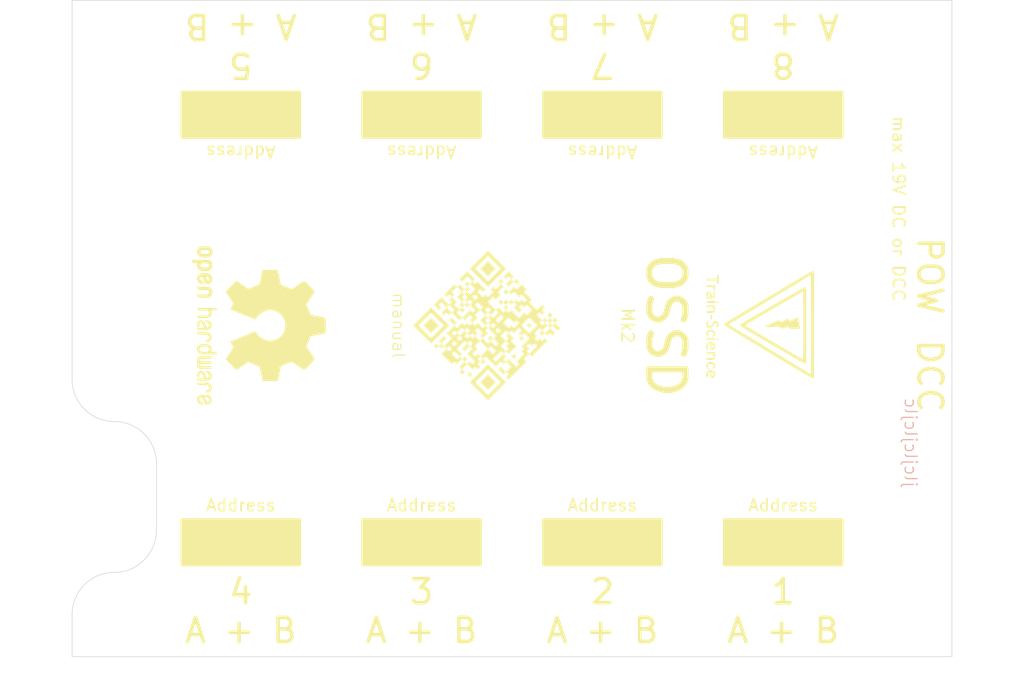
<source format=kicad_pcb>
(kicad_pcb (version 20240108) (generator "pcbnew") (generator_version "8.0")
  (layers (0 "F.Cu" signal) (31 "B.Cu" signal) (34 "B.Paste" user) (35 "F.Paste" user) (36 "B.SilkS" user "B.Silkscreen") (37 "F.SilkS" user "F.Silkscreen") (38 "B.Mask" user) (39 "F.Mask" user) (44 "Edge.Cuts" user))
  (net 0 "")
  (footprint "custom_kicad_lib_sk:OSSD_QR" (layer "F.Cu") (at 143.268 97.158 45)
    (property "Reference" "G***" (hide yes))
    (property "Value" "LOGO" (hide yes))
  )
  (footprint "MountingHole:MountingHole_3.2mm_M3" (layer "F.Cu") (at 178.268 121.158)
    (property "Reference" "REF**" (hide yes))
    (property "Value" "MountingHole_3.2mm_M3")
    (pad "" np_thru_hole circle (at 0 0) (size 3.2 3.2) (drill 3.2) (layers "F&B.Cu" "*.Mask"))
  )
  (footprint "Symbol:OSHW-Logo2_14.6x12mm_SilkScreen" (layer "F.Cu") (at 124.268 97.158 -90)
    (property "Reference" "REF**" (hide yes))
    (property "Value" "OSHW-Logo2_14.6x12mm_SilkScreen" (hide yes))
  )
  (footprint "MountingHole:MountingHole_3.2mm_M3" (layer "F.Cu") (at 178.268 73.658)
    (property "Reference" "REF**" (hide yes))
    (property "Value" "MountingHole_3.2mm_M3")
    (pad "" np_thru_hole circle (at 0 0) (size 3.2 3.2) (drill 3.2) (layers "F&B.Cu" "*.Mask"))
  )
  (footprint "custom_kicad_lib_sk:Train-Science logo small" (layer "F.Cu") (at 165.768 97.158 -90)
    (property "Reference" "G***" (hide yes))
    (property "Value" "LOGO" (hide yes))
  )
  (footprint "MountingHole:MountingHole_3.2mm_M3" (layer "F.Cu") (at 112.268 73.658)
    (property "Reference" "REF**" (hide yes))
    (property "Value" "MountingHole_3.2mm_M3")
    (pad "" np_thru_hole circle (at 0 0) (size 3.2 3.2) (drill 3.2) (layers "F&B.Cu" "*.Mask"))
  )
  (footprint "MountingHole:MountingHole_3.2mm_M3" (layer "F.Cu") (at 112.268 121.158)
    (property "Reference" "REF**" (hide yes))
    (property "Value" "MountingHole_3.2mm_M3")
    (pad "" np_thru_hole circle (at 0 0) (size 3.2 3.2) (drill 3.2) (layers "F&B.Cu" "*.Mask"))
  )
  (gr_arc (start 112.268 105.132874) (mid 114.742883 106.157999) (end 115.768 108.632874) (stroke (width 0.05)) (layer "Edge.Cuts"))
  (gr_line (start 181.768 70.158) (end 181.768 124.658) (stroke (width 0.05)) (layer "Edge.Cuts"))
  (gr_line (start 181.768 124.658) (end 108.768 124.658) (stroke (width 0.05)) (layer "Edge.Cuts"))
  (gr_line (start 108.768 101.632874) (end 108.768 70.158) (stroke (width 0.05)) (layer "Edge.Cuts"))
  (gr_arc (start 115.768 114.158) (mid 114.742874 116.632874) (end 112.268 117.658) (stroke (width 0.05)) (layer "Edge.Cuts"))
  (gr_arc (start 108.768 121.158) (mid 109.793126 118.683126) (end 112.268 117.658) (stroke (width 0.05)) (layer "Edge.Cuts"))
  (gr_arc (start 112.268 105.132874) (mid 109.793135 104.107746) (end 108.768 101.632874) (stroke (width 0.05)) (layer "Edge.Cuts"))
  (gr_line (start 108.768 70.158) (end 181.768 70.158) (stroke (width 0.05)) (layer "Edge.Cuts"))
  (gr_line (start 115.768 108.632874) (end 115.768 114.158) (stroke (width 0.05)) (layer "Edge.Cuts"))
  (gr_line (start 108.768 124.658) (end 108.768 121.158) (stroke (width 0.05)) (layer "Edge.Cuts"))
  (gr_text "jlcjlcjlcjlc" (at 177.768 110.658 -90) (layer "B.SilkS") (effects (font (size 1 1) (thickness 0.1)) (justify left bottom mirror)))
  (gr_text "max 19V DC or DCC" (at 176.768 79.658 270) (layer "F.SilkS") (effects (font (size 1 1)) (justify left bottom)))
  (gr_text "7\nA + B" (at 152.768 71.158 180) (layer "F.SilkS") (effects (font (size 2 2) (thickness 0.3) (bold yes)) (justify bottom)))
  (gr_text "Address" (at 167.768 112.658 0) (layer "F.SilkS") (effects (font (size 1 1)) (justify bottom)))
  (gr_text "Address" (at 122.768 82.158 180) (layer "F.SilkS") (effects (font (size 1 1)) (justify bottom)))
  (gr_text "6\nA + B" (at 137.768 71.158 180) (layer "F.SilkS") (effects (font (size 2 2) (thickness 0.3) (bold yes)) (justify bottom)))
  (gr_text "3\nA + B" (at 137.768 123.658 0) (layer "F.SilkS") (effects (font (size 2 2) (thickness 0.3) (bold yes)) (justify bottom)))
  (gr_text "Address" (at 122.768 112.658 0) (layer "F.SilkS") (effects (font (size 1 1)) (justify bottom)))
  (gr_text "5\nA + B" (at 122.768 71.158 180) (layer "F.SilkS") (effects (font (size 2 2) (thickness 0.3) (bold yes)) (justify bottom)))
  (gr_text "8\nA + B" (at 167.768 71.158 180) (layer "F.SilkS") (effects (font (size 2 2) (thickness 0.3) (bold yes)) (justify bottom)))
  (gr_text "4\nA + B" (at 122.768 123.658 0) (layer "F.SilkS") (effects (font (size 2 2) (thickness 0.3) (bold yes)) (justify bottom)))
  (gr_text "1\nA + B" (at 167.768 123.658 0) (layer "F.SilkS") (effects (font (size 2 2) (thickness 0.3) (bold yes)) (justify bottom)))
  (gr_text "Address" (at 152.768 112.658 0) (layer "F.SilkS") (effects (font (size 1 1)) (justify bottom)))
  (gr_text "POW" (at 178.768 89.658 270) (layer "F.SilkS") (effects (font (size 2 2) (thickness 0.3) (bold yes)) (justify left bottom)))
  (gr_text "OSSD" (at 156.268 97.158 270) (layer "F.SilkS") (effects (font (size 3 3) (thickness 0.5) (bold yes)) (justify bottom)))
  (gr_text "Address" (at 167.768 82.158 180) (layer "F.SilkS") (effects (font (size 1 1)) (justify bottom)))
  (gr_text "Address" (at 137.768 82.158 180) (layer "F.SilkS") (effects (font (size 1 1)) (justify bottom)))
  (gr_text "Mk2" (at 154.268 97.158 270) (layer "F.SilkS") (effects (font (size 1 1)) (justify bottom)))
  (gr_text "2\nA + B" (at 152.768 123.658 0) (layer "F.SilkS") (effects (font (size 2 2) (thickness 0.3) (bold yes)) (justify bottom)))
  (gr_text "Address" (at 152.768 82.158 180) (layer "F.SilkS") (effects (font (size 1 1)) (justify bottom)))
  (gr_text "Address" (at 137.768 112.658 0) (layer "F.SilkS") (effects (font (size 1 1)) (justify bottom)))
  (gr_text "DCC" (at 178.768 98.158 270) (layer "F.SilkS") (effects (font (size 2 2) (thickness 0.3) (bold yes)) (justify left bottom)))
  (gr_text "manual" (at 135.268 97.158 270) (layer "F.SilkS") (effects (font (size 1 1) (thickness 0.1)) (justify bottom)))
  (zone (net 0) (net_name "") (layer "F.SilkS") (connect_pads (clearance 0.5)) (min_thickness 0.25) (fill yes (thermal_gap 0.5) (thermal_bridge_width 0.5))
    (polygon (pts (xy 117.768 77.658) (xy 127.768 77.658) (xy 127.768 81.658) (xy 117.768 81.658)))
  )
  (zone (net 0) (net_name "") (layer "F.SilkS") (connect_pads (clearance 0.5)) (min_thickness 0.25) (fill yes (thermal_gap 0.5) (thermal_bridge_width 0.5))
    (polygon (pts (xy 172.768 117.158) (xy 162.768 117.158) (xy 162.768 113.158) (xy 172.768 113.158)))
  )
  (zone (net 0) (net_name "") (layer "F.SilkS") (connect_pads (clearance 0.5)) (min_thickness 0.25) (fill yes (thermal_gap 0.5) (thermal_bridge_width 0.5))
    (polygon (pts (xy 142.768 117.158) (xy 132.768 117.158) (xy 132.768 113.158) (xy 142.768 113.158)))
  )
  (zone (net 0) (net_name "") (layer "F.SilkS") (connect_pads (clearance 0.5)) (min_thickness 0.25) (fill yes (thermal_gap 0.5) (thermal_bridge_width 0.5))
    (polygon (pts (xy 162.768 77.658) (xy 172.768 77.658) (xy 172.768 81.658) (xy 162.768 81.658)))
  )
  (zone (net 0) (net_name "") (layer "F.SilkS") (connect_pads (clearance 0.5)) (min_thickness 0.25) (fill yes (thermal_gap 0.5) (thermal_bridge_width 0.5))
    (polygon (pts (xy 127.768 117.158) (xy 117.768 117.158) (xy 117.768 113.158) (xy 127.768 113.158)))
  )
  (zone (net 0) (net_name "") (layer "F.SilkS") (connect_pads (clearance 0.5)) (min_thickness 0.25) (fill yes (thermal_gap 0.5) (thermal_bridge_width 0.5))
    (polygon (pts (xy 157.768 117.158) (xy 147.768 117.158) (xy 147.768 113.158) (xy 157.768 113.158)))
  )
  (zone (net 0) (net_name "") (layer "F.SilkS") (connect_pads (clearance 0.5)) (min_thickness 0.25) (fill yes (thermal_gap 0.5) (thermal_bridge_width 0.5))
    (polygon (pts (xy 132.768 77.658) (xy 142.768 77.658) (xy 142.768 81.658) (xy 132.768 81.658)))
  )
  (zone (net 0) (net_name "") (layer "F.SilkS") (connect_pads (clearance 0.5)) (min_thickness 0.25) (fill yes (thermal_gap 0.5) (thermal_bridge_width 0.5))
    (polygon (pts (xy 147.768 77.658) (xy 157.768 77.658) (xy 157.768 81.658) (xy 147.768 81.658)))
  )
)
</source>
